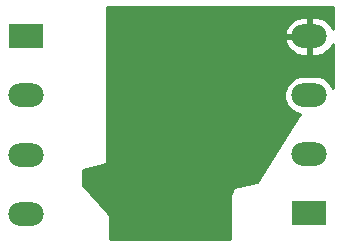
<source format=gbl>
G04 #@! TF.GenerationSoftware,KiCad,Pcbnew,5.1.2-f72e74a~84~ubuntu18.04.1*
G04 #@! TF.CreationDate,2019-05-27T13:07:39-06:00*
G04 #@! TF.ProjectId,sprinkler_node_buffer,73707269-6e6b-46c6-9572-5f6e6f64655f,rev?*
G04 #@! TF.SameCoordinates,Original*
G04 #@! TF.FileFunction,Copper,L2,Bot*
G04 #@! TF.FilePolarity,Positive*
%FSLAX46Y46*%
G04 Gerber Fmt 4.6, Leading zero omitted, Abs format (unit mm)*
G04 Created by KiCad (PCBNEW 5.1.2-f72e74a~84~ubuntu18.04.1) date 2019-05-27 13:07:39*
%MOMM*%
%LPD*%
G04 APERTURE LIST*
%ADD10R,3.000000X2.000000*%
%ADD11O,3.000000X2.000000*%
%ADD12C,0.609600*%
%ADD13C,0.254000*%
G04 APERTURE END LIST*
D10*
X65278000Y-59436000D03*
D11*
X65278000Y-54436000D03*
X65278000Y-49436000D03*
X65278000Y-44436000D03*
X41275000Y-59450000D03*
X41275000Y-54450000D03*
X41275000Y-49450000D03*
D10*
X41275000Y-44450000D03*
D12*
X51308000Y-57150000D03*
X52959000Y-56184800D03*
X57835800Y-59486800D03*
X60604400Y-56413400D03*
X57327800Y-49276000D03*
X59486800Y-45491400D03*
X50952400Y-47320200D03*
X53644800Y-47396400D03*
X59486800Y-53289200D03*
D13*
G36*
X67285000Y-43808765D02*
G01*
X67208010Y-43633239D01*
X67023922Y-43369683D01*
X66791954Y-43147105D01*
X66521020Y-42974058D01*
X66221532Y-42857193D01*
X65905000Y-42801000D01*
X65405000Y-42801000D01*
X65405000Y-44309000D01*
X65425000Y-44309000D01*
X65425000Y-44563000D01*
X65405000Y-44563000D01*
X65405000Y-46071000D01*
X65905000Y-46071000D01*
X66221532Y-46014807D01*
X66521020Y-45897942D01*
X66791954Y-45724895D01*
X67023922Y-45502317D01*
X67208010Y-45238761D01*
X67285000Y-45063235D01*
X67285000Y-48786983D01*
X67144031Y-48523248D01*
X66939714Y-48274286D01*
X66690752Y-48069969D01*
X66406715Y-47918148D01*
X66098516Y-47824657D01*
X65858322Y-47801000D01*
X64697678Y-47801000D01*
X64457484Y-47824657D01*
X64149285Y-47918148D01*
X63865248Y-48069969D01*
X63616286Y-48274286D01*
X63411969Y-48523248D01*
X63260148Y-48807285D01*
X63166657Y-49115484D01*
X63135089Y-49436000D01*
X63166657Y-49756516D01*
X63260148Y-50064715D01*
X63411969Y-50348752D01*
X63616286Y-50597714D01*
X63865248Y-50802031D01*
X64149285Y-50953852D01*
X64457484Y-51047343D01*
X64472825Y-51048854D01*
X64471633Y-51049480D01*
X64452270Y-51065130D01*
X64434137Y-51087603D01*
X60854411Y-56734494D01*
X58896831Y-57230084D01*
X58873412Y-57238530D01*
X58852090Y-57251383D01*
X58833685Y-57268149D01*
X58818904Y-57288183D01*
X58811946Y-57301620D01*
X58608746Y-57758820D01*
X58600913Y-57782453D01*
X58597800Y-57810400D01*
X58597800Y-61570000D01*
X48387000Y-61570000D01*
X48387000Y-59588400D01*
X48384560Y-59563624D01*
X48377333Y-59539799D01*
X48365597Y-59517843D01*
X48353065Y-59501983D01*
X46075600Y-57049328D01*
X46075600Y-55773079D01*
X48065698Y-55214881D01*
X48088895Y-55205840D01*
X48109882Y-55192447D01*
X48127854Y-55175218D01*
X48142118Y-55154813D01*
X48152128Y-55132018D01*
X48157498Y-55107707D01*
X48158399Y-55092025D01*
X48133000Y-49478846D01*
X48133000Y-44816434D01*
X63187876Y-44816434D01*
X63218856Y-44944355D01*
X63347990Y-45238761D01*
X63532078Y-45502317D01*
X63764046Y-45724895D01*
X64034980Y-45897942D01*
X64334468Y-46014807D01*
X64651000Y-46071000D01*
X65151000Y-46071000D01*
X65151000Y-44563000D01*
X63307223Y-44563000D01*
X63187876Y-44816434D01*
X48133000Y-44816434D01*
X48133000Y-44055566D01*
X63187876Y-44055566D01*
X63307223Y-44309000D01*
X65151000Y-44309000D01*
X65151000Y-42801000D01*
X64651000Y-42801000D01*
X64334468Y-42857193D01*
X64034980Y-42974058D01*
X63764046Y-43147105D01*
X63532078Y-43369683D01*
X63347990Y-43633239D01*
X63218856Y-43927645D01*
X63187876Y-44055566D01*
X48133000Y-44055566D01*
X48133000Y-41935000D01*
X67285000Y-41935000D01*
X67285000Y-43808765D01*
X67285000Y-43808765D01*
G37*
X67285000Y-43808765D02*
X67208010Y-43633239D01*
X67023922Y-43369683D01*
X66791954Y-43147105D01*
X66521020Y-42974058D01*
X66221532Y-42857193D01*
X65905000Y-42801000D01*
X65405000Y-42801000D01*
X65405000Y-44309000D01*
X65425000Y-44309000D01*
X65425000Y-44563000D01*
X65405000Y-44563000D01*
X65405000Y-46071000D01*
X65905000Y-46071000D01*
X66221532Y-46014807D01*
X66521020Y-45897942D01*
X66791954Y-45724895D01*
X67023922Y-45502317D01*
X67208010Y-45238761D01*
X67285000Y-45063235D01*
X67285000Y-48786983D01*
X67144031Y-48523248D01*
X66939714Y-48274286D01*
X66690752Y-48069969D01*
X66406715Y-47918148D01*
X66098516Y-47824657D01*
X65858322Y-47801000D01*
X64697678Y-47801000D01*
X64457484Y-47824657D01*
X64149285Y-47918148D01*
X63865248Y-48069969D01*
X63616286Y-48274286D01*
X63411969Y-48523248D01*
X63260148Y-48807285D01*
X63166657Y-49115484D01*
X63135089Y-49436000D01*
X63166657Y-49756516D01*
X63260148Y-50064715D01*
X63411969Y-50348752D01*
X63616286Y-50597714D01*
X63865248Y-50802031D01*
X64149285Y-50953852D01*
X64457484Y-51047343D01*
X64472825Y-51048854D01*
X64471633Y-51049480D01*
X64452270Y-51065130D01*
X64434137Y-51087603D01*
X60854411Y-56734494D01*
X58896831Y-57230084D01*
X58873412Y-57238530D01*
X58852090Y-57251383D01*
X58833685Y-57268149D01*
X58818904Y-57288183D01*
X58811946Y-57301620D01*
X58608746Y-57758820D01*
X58600913Y-57782453D01*
X58597800Y-57810400D01*
X58597800Y-61570000D01*
X48387000Y-61570000D01*
X48387000Y-59588400D01*
X48384560Y-59563624D01*
X48377333Y-59539799D01*
X48365597Y-59517843D01*
X48353065Y-59501983D01*
X46075600Y-57049328D01*
X46075600Y-55773079D01*
X48065698Y-55214881D01*
X48088895Y-55205840D01*
X48109882Y-55192447D01*
X48127854Y-55175218D01*
X48142118Y-55154813D01*
X48152128Y-55132018D01*
X48157498Y-55107707D01*
X48158399Y-55092025D01*
X48133000Y-49478846D01*
X48133000Y-44816434D01*
X63187876Y-44816434D01*
X63218856Y-44944355D01*
X63347990Y-45238761D01*
X63532078Y-45502317D01*
X63764046Y-45724895D01*
X64034980Y-45897942D01*
X64334468Y-46014807D01*
X64651000Y-46071000D01*
X65151000Y-46071000D01*
X65151000Y-44563000D01*
X63307223Y-44563000D01*
X63187876Y-44816434D01*
X48133000Y-44816434D01*
X48133000Y-44055566D01*
X63187876Y-44055566D01*
X63307223Y-44309000D01*
X65151000Y-44309000D01*
X65151000Y-42801000D01*
X64651000Y-42801000D01*
X64334468Y-42857193D01*
X64034980Y-42974058D01*
X63764046Y-43147105D01*
X63532078Y-43369683D01*
X63347990Y-43633239D01*
X63218856Y-43927645D01*
X63187876Y-44055566D01*
X48133000Y-44055566D01*
X48133000Y-41935000D01*
X67285000Y-41935000D01*
X67285000Y-43808765D01*
M02*

</source>
